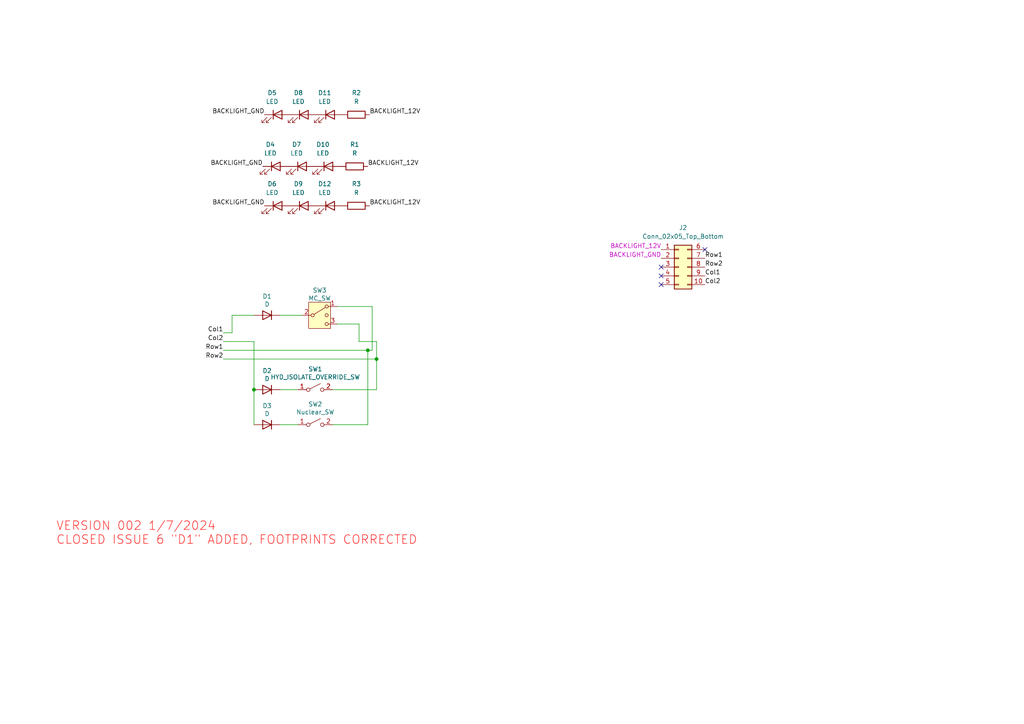
<source format=kicad_sch>
(kicad_sch (version 20231120) (generator "eeschema") (generator_version "8.0")
  (paper "A4")
  (title_block (title "HYD ISO PANEL"))
  (lib_symbols
    (symbol "Connector_Generic:Conn_02x05_Top_Bottom" (pin_names (offset 1.016) hide)
      (property "Reference" "J" (at 1.27 7.62 0))
      (property "Value" "Conn_02x05_Top_Bottom" (at 1.27 -7.62 0))
      (symbol "Conn_02x05_Top_Bottom_1_1"
        (rectangle (start -1.27 -4.953) (end 0 -5.207) (stroke (width 0.1524)))
        (rectangle (start -1.27 -2.413) (end 0 -2.667) (stroke (width 0.1524)))
        (rectangle (start -1.27 0.127) (end 0 -0.127) (stroke (width 0.1524)))
        (rectangle (start -1.27 2.667) (end 0 2.413) (stroke (width 0.1524)))
        (rectangle (start -1.27 5.207) (end 0 4.953) (stroke (width 0.1524)))
        (rectangle (start -1.27 6.35) (end 3.81 -6.35) (stroke (width 0.254)) (fill (type background)))
        (rectangle (start 3.81 -4.953) (end 2.54 -5.207) (stroke (width 0.1524)))
        (rectangle (start 3.81 -2.413) (end 2.54 -2.667) (stroke (width 0.1524)))
        (rectangle (start 3.81 0.127) (end 2.54 -0.127) (stroke (width 0.1524)))
        (rectangle (start 3.81 2.667) (end 2.54 2.413) (stroke (width 0.1524)))
        (rectangle (start 3.81 5.207) (end 2.54 4.953) (stroke (width 0.1524)))
        (pin passive line (at -5.08 5.08 0) (length 3.81) (name "Pin_1") (number "1"))
        (pin passive line (at 7.62 -5.08 180) (length 3.81) (name "Pin_10") (number "10"))
        (pin passive line (at -5.08 2.54 0) (length 3.81) (name "Pin_2") (number "2"))
        (pin passive line (at -5.08 0 0) (length 3.81) (name "Pin_3") (number "3"))
        (pin passive line (at -5.08 -2.54 0) (length 3.81) (name "Pin_4") (number "4"))
        (pin passive line (at -5.08 -5.08 0) (length 3.81) (name "Pin_5") (number "5"))
        (pin passive line (at 7.62 5.08 180) (length 3.81) (name "Pin_6") (number "6"))
        (pin passive line (at 7.62 2.54 180) (length 3.81) (name "Pin_7") (number "7"))
        (pin passive line (at 7.62 0 180) (length 3.81) (name "Pin_8") (number "8"))
        (pin passive line (at 7.62 -2.54 180) (length 3.81) (name "Pin_9") (number "9"))
      )
    )
    (symbol "Device:D" (pin_numbers hide) (pin_names (offset 1.016) hide)
      (property "Reference" "D" (at 0 2.54 0))
      (property "Value" "D" (at 0 -2.54 0))
      (symbol "D_0_1"
        (polyline (pts (xy -1.27 1.27) (xy -1.27 -1.27)) (stroke (width 0.254)))
        (polyline (pts (xy 1.27 0) (xy -1.27 0)))
        (polyline (pts (xy 1.27 1.27) (xy 1.27 -1.27) (xy -1.27 0) (xy 1.27 1.27)) (stroke (width 0.254)))
      )
      (symbol "D_1_1"
        (pin passive line (at -3.81 0 0) (length 2.54) (name "K") (number "1"))
        (pin passive line (at 3.81 0 180) (length 2.54) (name "A") (number "2"))
      )
    )
    (symbol "Device:LED" (pin_numbers hide) (pin_names (offset 1.016) hide)
      (property "Reference" "D" (at 0 2.54 0))
      (property "Value" "LED" (at 0 -2.54 0))
      (symbol "LED_0_1"
        (polyline (pts (xy -1.27 -1.27) (xy -1.27 1.27)) (stroke (width 0.254)))
        (polyline (pts (xy -1.27 0) (xy 1.27 0)))
        (polyline (pts (xy 1.27 -1.27) (xy 1.27 1.27) (xy -1.27 0) (xy 1.27 -1.27)) (stroke (width 0.254)))
        (polyline (pts (xy -3.048 -0.762) (xy -4.572 -2.286) (xy -3.81 -2.286) (xy -4.572 -2.286) (xy -4.572 -1.524)))
        (polyline (pts (xy -1.778 -0.762) (xy -3.302 -2.286) (xy -2.54 -2.286) (xy -3.302 -2.286) (xy -3.302 -1.524)))
      )
      (symbol "LED_1_1"
        (pin passive line (at -3.81 0 0) (length 2.54) (name "K") (number "1"))
        (pin passive line (at 3.81 0 180) (length 2.54) (name "A") (number "2"))
      )
    )
    (symbol "Device:R" (pin_numbers hide) (pin_names (offset 0))
      (property "Reference" "R" (at 2.032 0 90))
      (property "Value" "R" (at 0 0 90))
      (symbol "R_0_1"
        (rectangle (start -1.016 -2.54) (end 1.016 2.54) (stroke (width 0.254)))
      )
      (symbol "R_1_1"
        (pin passive line (at 0 3.81 270) (length 1.27) (name "~") (number "1"))
        (pin passive line (at 0 -3.81 90) (length 1.27) (name "~") (number "2"))
      )
    )
    (symbol "Switch:SW_SPDT_MSM" (pin_names (offset 0) hide)
      (property "Reference" "SW" (at 0 5.08 0))
      (property "Value" "SW_SPDT_MSM" (at 0 -5.08 0))
      (symbol "SW_SPDT_MSM_0_1"
        (circle (center -2.032 0) (radius 0.4572))
        (polyline (pts (xy -1.651 0.254) (xy 1.651 2.286)))
        (circle (center 2.032 -2.54) (radius 0.4572))
        (circle (center 2.032 0) (radius 0.4572))
        (circle (center 2.032 2.54) (radius 0.4572))
      )
      (symbol "SW_SPDT_MSM_1_1"
        (rectangle (start -3.175 3.81) (end 3.175 -3.81) (fill (type background)))
        (pin passive line (at 5.08 2.54 180) (length 2.54) (name "1") (number "1"))
        (pin passive line (at -5.08 0 0) (length 2.54) (name "3") (number "2"))
        (pin passive line (at 5.08 -2.54 180) (length 2.54) (name "4") (number "3"))
      )
    )
    (symbol "Switch:SW_SPST" (pin_names (offset 0) hide)
      (property "Reference" "SW" (at 0 3.175 0))
      (property "Value" "SW_SPST" (at 0 -2.54 0))
      (symbol "SW_SPST_0_0"
        (circle (center -2.032 0) (radius 0.508))
        (polyline (pts (xy -1.524 0.254) (xy 1.524 1.778)))
        (circle (center 2.032 0) (radius 0.508))
      )
      (symbol "SW_SPST_1_1"
        (pin passive line (at -5.08 0 0) (length 2.54) (name "A") (number "1"))
        (pin passive line (at 5.08 0 180) (length 2.54) (name "B") (number "2"))
      )
    )
  )
  (junction (at 106.68 101.6))
  (junction (at 109.22 104.14))
  (junction (at 73.66 113.03))
  (no_connect (at 191.77 82.55))
  (no_connect (at 204.47 72.39))
  (no_connect (at 191.77 80.01))
  (no_connect (at 191.77 77.47))
  (wire (pts (xy 64.77 104.14) (xy 109.22 104.14)))
  (wire (pts (xy 81.28 91.44) (xy 87.63 91.44)))
  (wire (pts (xy 97.79 88.9) (xy 107.95 88.9)))
  (wire (pts (xy 96.52 123.19) (xy 106.68 123.19)))
  (wire (pts (xy 107.95 101.6) (xy 106.68 101.6)))
  (wire (pts (xy 109.22 104.14) (xy 109.22 113.03)))
  (wire (pts (xy 67.31 91.44) (xy 67.31 96.52)))
  (wire (pts (xy 107.95 88.9) (xy 107.95 101.6)))
  (wire (pts (xy 73.66 99.06) (xy 64.77 99.06)))
  (wire (pts (xy 109.22 99.06) (xy 109.22 104.14)))
  (wire (pts (xy 67.31 96.52) (xy 64.77 96.52)))
  (wire (pts (xy 73.66 113.03) (xy 73.66 99.06)))
  (wire (pts (xy 106.68 101.6) (xy 64.77 101.6)))
  (wire (pts (xy 106.68 101.6) (xy 106.68 123.19)))
  (wire (pts (xy 73.66 91.44) (xy 67.31 91.44)))
  (wire (pts (xy 73.66 113.03) (xy 73.66 123.19)))
  (wire (pts (xy 86.36 123.19) (xy 81.28 123.19)))
  (wire (pts (xy 97.79 93.98) (xy 104.14 93.98)))
  (wire (pts (xy 104.14 93.98) (xy 104.14 99.06)))
  (wire (pts (xy 104.14 99.06) (xy 109.22 99.06)))
  (wire (pts (xy 86.36 113.03) (xy 81.28 113.03)))
  (wire (pts (xy 96.52 113.03) (xy 109.22 113.03)))
  (text "VERSION 002 1/7/2024\nCLOSED ISSUE 6 \"D1\" ADDED, FOOTPRINTS CORRECTED" (at 16.256 154.686 0) (effects (font (size 2.5 2.5)) (justify left)))
  (label "Row1" (at 204.47 74.93 0))
  (label "BACKLIGHT_GND" (at 76.2 48.26 180))
  (label "BACKLIGHT_12V" (at 107.188 33.274 0))
  (label "Row2" (at 204.47 77.47 0))
  (label "Col1" (at 64.77 96.52 180))
  (label "BACKLIGHT_12V" (at 191.77 72.39 180))
  (label "Col2" (at 204.47 82.55 0))
  (label "Row1" (at 64.77 101.6 180))
  (label "BACKLIGHT_12V" (at 106.68 48.26 0))
  (label "Col2" (at 64.77 99.06 180))
  (label "Row2" (at 64.77 104.14 180))
  (label "BACKLIGHT_GND" (at 76.708 33.274 180))
  (label "BACKLIGHT_GND" (at 76.708 59.69 180))
  (label "Col1" (at 204.47 80.01 0))
  (label "BACKLIGHT_GND" (at 191.77 74.93 180))
  (label "BACKLIGHT_12V" (at 107.188 59.69 0))
  (symbol (lib_id "Device:LED") (at 95.25 48.26 0) (unit 1)
    (property "Reference" "D10" (at 93.6625 41.91 0))
    (property "Value" "LED" (at 93.6625 44.45 0))
    (property "Footprint" "LED_THT:LED_D3.0mm_FlatTop" (effects (hide yes)))
  )
  (symbol (lib_id "Device:D") (at 77.47 113.03 0) (mirror y) (unit 1)
    (property "Reference" "D2" (at 77.47 107.5436 0))
    (property "Value" "D" (at 77.47 109.855 0))
    (property "Footprint" "Library:D_A-405_P7.62mm_Horizontal-SIGNAL" (effects (hide yes)))
  )
  (symbol (lib_id "Connector_Generic:Conn_02x05_Top_Bottom") (at 196.85 77.47 0) (unit 1)
    (property "Reference" "J2" (at 198.12 66.04 0))
    (property "Value" "Conn_02x05_Top_Bottom" (at 198.12 68.58 0))
    (property "Footprint" "Connector_IDC:IDC-Header_2x05_P2.54mm_Vertical" (effects (hide yes)))
    (property "Description" "Generic connector, double row, 02x05, top/bottom pin numbering scheme (row 1: 1...pins_per_row, row2: pins_per_row+1 ... num_pins), script generated (kicad-library-utils/schlib/autogen/connector/)" (effects (hide yes)))
  )
  (symbol (lib_id "Device:D") (at 77.47 91.44 0) (mirror y) (unit 1)
    (property "Reference" "D1" (at 77.47 85.9536 0))
    (property "Value" "D" (at 77.47 88.265 0))
    (property "Footprint" "Library:D_A-405_P7.62mm_Horizontal-SIGNAL" (effects (hide yes)))
  )
  (symbol (lib_id "Device:R") (at 103.378 59.69 90) (unit 1)
    (property "Reference" "R3" (at 103.378 53.34 90))
    (property "Value" "R" (at 103.378 55.88 90))
    (property "Footprint" "Resistor_THT:R_Axial_DIN0204_L3.6mm_D1.6mm_P7.62mm_Horizontal" (effects (hide yes)))
  )
  (symbol (lib_id "Device:LED") (at 95.758 59.69 0) (unit 1)
    (property "Reference" "D12" (at 94.1705 53.34 0))
    (property "Value" "LED" (at 94.1705 55.88 0))
    (property "Footprint" "LED_THT:LED_D3.0mm_FlatTop" (effects (hide yes)))
  )
  (symbol (lib_id "Switch:SW_SPST") (at 91.44 113.03 0) (unit 1)
    (property "Reference" "SW1" (at 91.44 107.061 0))
    (property "Value" "HYD_ISOLATE_OVERRIDE_SW" (at 91.44 109.3724 0))
    (property "Footprint" "Connector_JST:JST_XH_B2B-XH-A_1x02_P2.50mm_Vertical" (effects (hide yes)))
  )
  (symbol (lib_id "Device:D") (at 77.47 123.19 0) (mirror y) (unit 1)
    (property "Reference" "D3" (at 77.47 117.7036 0))
    (property "Value" "D" (at 77.47 120.015 0))
    (property "Footprint" "Library:D_A-405_P7.62mm_Horizontal-SIGNAL" (effects (hide yes)))
  )
  (symbol (lib_id "Switch:SW_SPST") (at 91.44 123.19 0) (unit 1)
    (property "Reference" "SW2" (at 91.44 117.221 0))
    (property "Value" "Nuclear_SW" (at 91.44 119.5324 0))
    (property "Footprint" "Connector_JST:JST_XH_B2B-XH-A_1x02_P2.50mm_Vertical" (effects (hide yes)))
  )
  (symbol (lib_id "Device:LED") (at 80.01 48.26 0) (unit 1)
    (property "Reference" "D4" (at 78.4225 41.91 0))
    (property "Value" "LED" (at 78.4225 44.45 0))
    (property "Footprint" "LED_THT:LED_D3.0mm_FlatTop" (effects (hide yes)))
  )
  (symbol (lib_id "Device:LED") (at 87.63 48.26 0) (unit 1)
    (property "Reference" "D7" (at 86.0425 41.91 0))
    (property "Value" "LED" (at 86.0425 44.45 0))
    (property "Footprint" "LED_THT:LED_D3.0mm_FlatTop" (effects (hide yes)))
  )
  (symbol (lib_id "Device:LED") (at 95.758 33.274 0) (unit 1)
    (property "Reference" "D11" (at 94.1705 26.924 0))
    (property "Value" "LED" (at 94.1705 29.464 0))
    (property "Footprint" "LED_THT:LED_D3.0mm_FlatTop" (effects (hide yes)))
  )
  (symbol (lib_id "Device:LED") (at 80.518 33.274 0) (unit 1)
    (property "Reference" "D5" (at 78.9305 26.924 0))
    (property "Value" "LED" (at 78.9305 29.464 0))
    (property "Footprint" "LED_THT:LED_D3.0mm_FlatTop" (effects (hide yes)))
  )
  (symbol (lib_id "Device:R") (at 102.87 48.26 90) (unit 1)
    (property "Reference" "R1" (at 102.87 41.91 90))
    (property "Value" "R" (at 102.87 44.45 90))
    (property "Footprint" "Resistor_THT:R_Axial_DIN0204_L3.6mm_D1.6mm_P7.62mm_Horizontal" (effects (hide yes)))
  )
  (symbol (lib_id "Device:LED") (at 80.518 59.69 0) (unit 1)
    (property "Reference" "D6" (at 78.9305 53.34 0))
    (property "Value" "LED" (at 78.9305 55.88 0))
    (property "Footprint" "LED_THT:LED_D3.0mm_FlatTop" (effects (hide yes)))
  )
  (symbol (lib_id "Device:R") (at 103.378 33.274 90) (unit 1)
    (property "Reference" "R2" (at 103.378 26.924 90))
    (property "Value" "R" (at 103.378 29.464 90))
    (property "Footprint" "Resistor_THT:R_Axial_DIN0204_L3.6mm_D1.6mm_P7.62mm_Horizontal" (effects (hide yes)))
  )
  (symbol (lib_id "Device:LED") (at 88.138 59.69 0) (unit 1)
    (property "Reference" "D9" (at 86.5505 53.34 0))
    (property "Value" "LED" (at 86.5505 55.88 0))
    (property "Footprint" "LED_THT:LED_D3.0mm_FlatTop" (effects (hide yes)))
  )
  (symbol (lib_id "Switch:SW_SPDT_MSM") (at 92.71 91.44 0) (unit 1)
    (property "Reference" "SW3" (at 92.71 84.201 0))
    (property "Value" "MC_SW" (at 92.71 86.5124 0))
    (property "Footprint" "Connector_JST:JST_XH_B3B-XH-A_1x03_P2.50mm_Vertical" (effects (hide yes)))
  )
  (symbol (lib_id "Device:LED") (at 88.138 33.274 0) (unit 1)
    (property "Reference" "D8" (at 86.5505 26.924 0))
    (property "Value" "LED" (at 86.5505 29.464 0))
    (property "Footprint" "LED_THT:LED_D3.0mm_FlatTop" (effects (hide yes)))
  )
)
</source>
